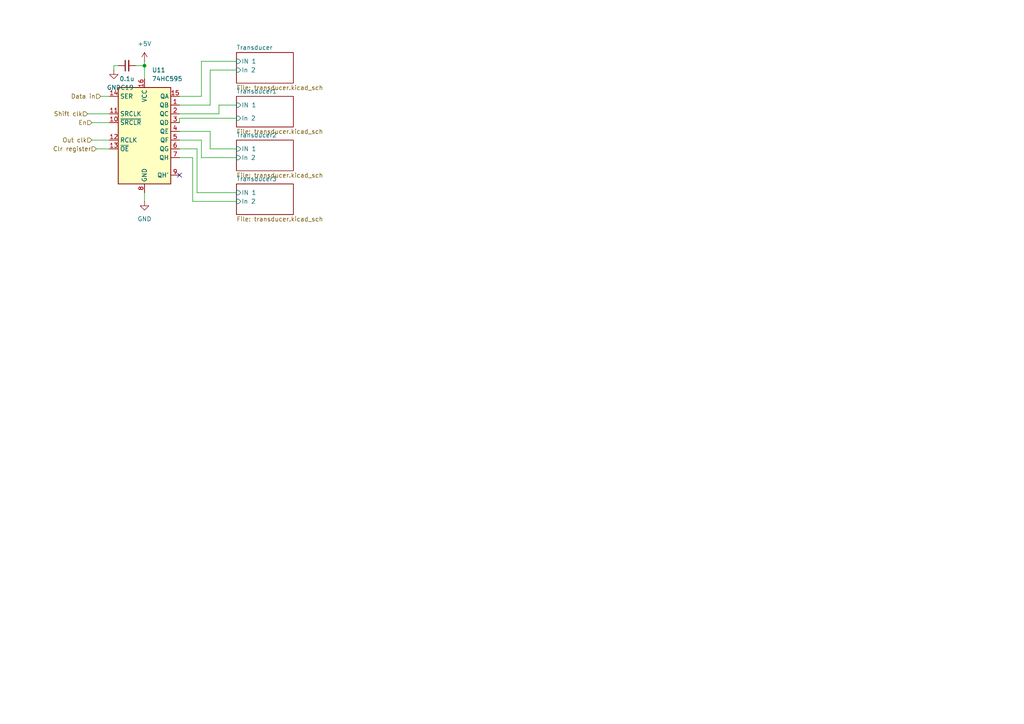
<source format=kicad_sch>
(kicad_sch (version 20250114) (generator "eeschema") (generator_version "9.0")
  (paper "A4")
  (lib_symbols
    (symbol "74xx:74HC595"
      (property "Reference" "U" (at -7.62 13.97 0))
      (property "Value" "74HC595" (at -7.62 -16.51 0))
      (symbol "74HC595_1_0"
        (pin input line (at -10.16 10.16 0) (length 2.54) (name "SER") (number "14"))
        (pin input line (at -10.16 5.08 0) (length 2.54) (name "SRCLK") (number "11"))
        (pin input line (at -10.16 2.54 0) (length 2.54) (name "~{SRCLR}") (number "10"))
        (pin input line (at -10.16 -2.54 0) (length 2.54) (name "RCLK") (number "12"))
        (pin input line (at -10.16 -5.08 0) (length 2.54) (name "~{OE}") (number "13"))
        (pin power_in line (at 0 15.24 270) (length 2.54) (name "VCC") (number "16"))
        (pin power_in line (at 0 -17.78 90) (length 2.54) (name "GND") (number "8"))
        (pin tri_state line (at 10.16 10.16 180) (length 2.54) (name "QA") (number "15"))
        (pin tri_state line (at 10.16 7.62 180) (length 2.54) (name "QB") (number "1"))
        (pin tri_state line (at 10.16 5.08 180) (length 2.54) (name "QC") (number "2"))
        (pin tri_state line (at 10.16 2.54 180) (length 2.54) (name "QD") (number "3"))
        (pin tri_state line (at 10.16 0 180) (length 2.54) (name "QE") (number "4"))
        (pin tri_state line (at 10.16 -2.54 180) (length 2.54) (name "QF") (number "5"))
        (pin tri_state line (at 10.16 -5.08 180) (length 2.54) (name "QG") (number "6"))
        (pin tri_state line (at 10.16 -7.62 180) (length 2.54) (name "QH") (number "7"))
        (pin output line (at 10.16 -12.7 180) (length 2.54) (name "QH'") (number "9"))
      )
      (symbol "74HC595_1_1"
        (rectangle (start -7.62 12.7) (end 7.62 -15.24) (stroke (width 0.254)) (fill (type background)))
      )
    )
    (symbol "Device:C_Small" (pin_numbers (hide yes)) (pin_names (offset 0.254) (hide yes))
      (property "Reference" "C" (at 0.254 1.778 0))
      (property "Value" "C_Small" (at 0.254 -2.032 0))
      (symbol "C_Small_0_1"
        (polyline (pts (xy -1.524 0.508) (xy 1.524 0.508)) (stroke (width 0.3048)))
        (polyline (pts (xy -1.524 -0.508) (xy 1.524 -0.508)) (stroke (width 0.3302)))
      )
      (symbol "C_Small_1_1"
        (pin passive line (at 0 2.54 270) (length 2.032) (name "~") (number "1"))
        (pin passive line (at 0 -2.54 90) (length 2.032) (name "~") (number "2"))
      )
    )
    (symbol "power:+5V" (power) (pin_numbers (hide yes)) (pin_names (offset 0) (hide yes))
      (property "Value" "+5V" (at 0 3.556 0))
      (symbol "+5V_0_1"
        (polyline (pts (xy -0.762 1.27) (xy 0 2.54)))
        (polyline (pts (xy 0 2.54) (xy 0.762 1.27)))
        (polyline (pts (xy 0 0) (xy 0 2.54)))
      )
      (symbol "+5V_1_1"
        (pin power_in line (at 0 0 90) (length 0) (name "~") (number "1"))
      )
    )
    (symbol "power:GND" (power) (pin_numbers (hide yes)) (pin_names (offset 0) (hide yes))
      (property "Value" "GND" (at 0 -3.81 0))
      (symbol "GND_0_1"
        (polyline (pts (xy 0 0) (xy 0 -1.27) (xy 1.27 -1.27) (xy 0 -2.54) (xy -1.27 -1.27) (xy 0 -1.27)))
      )
      (symbol "GND_1_1"
        (pin power_in line (at 0 0 270) (length 0) (name "~") (number "1"))
      )
    )
  )
  (junction (at 41.91 19.05))
  (no_connect (at 52.07 50.8))
  (wire (pts (xy 26.67 35.56) (xy 31.75 35.56)))
  (wire (pts (xy 33.02 19.05) (xy 34.29 19.05)))
  (wire (pts (xy 60.96 30.48) (xy 52.07 30.48)))
  (wire (pts (xy 39.37 19.05) (xy 41.91 19.05)))
  (wire (pts (xy 60.96 38.1) (xy 52.07 38.1)))
  (wire (pts (xy 25.4 33.02) (xy 31.75 33.02)))
  (wire (pts (xy 68.58 58.42) (xy 55.88 58.42)))
  (wire (pts (xy 57.15 55.88) (xy 68.58 55.88)))
  (wire (pts (xy 27.94 43.18) (xy 31.75 43.18)))
  (wire (pts (xy 63.5 30.48) (xy 63.5 33.02)))
  (wire (pts (xy 41.91 17.78) (xy 41.91 19.05)))
  (wire (pts (xy 52.07 34.29) (xy 52.07 35.56)))
  (wire (pts (xy 41.91 55.88) (xy 41.91 58.42)))
  (wire (pts (xy 33.02 19.05) (xy 33.02 20.32)))
  (wire (pts (xy 58.42 17.78) (xy 68.58 17.78)))
  (wire (pts (xy 58.42 45.72) (xy 58.42 40.64)))
  (wire (pts (xy 52.07 43.18) (xy 57.15 43.18)))
  (wire (pts (xy 68.58 30.48) (xy 63.5 30.48)))
  (wire (pts (xy 68.58 34.29) (xy 52.07 34.29)))
  (wire (pts (xy 58.42 40.64) (xy 52.07 40.64)))
  (wire (pts (xy 68.58 45.72) (xy 58.42 45.72)))
  (wire (pts (xy 29.21 27.94) (xy 31.75 27.94)))
  (wire (pts (xy 63.5 33.02) (xy 52.07 33.02)))
  (wire (pts (xy 55.88 45.72) (xy 52.07 45.72)))
  (wire (pts (xy 68.58 20.32) (xy 60.96 20.32)))
  (wire (pts (xy 52.07 27.94) (xy 58.42 27.94)))
  (wire (pts (xy 41.91 19.05) (xy 41.91 22.86)))
  (wire (pts (xy 58.42 27.94) (xy 58.42 17.78)))
  (wire (pts (xy 60.96 43.18) (xy 60.96 38.1)))
  (wire (pts (xy 26.67 40.64) (xy 31.75 40.64)))
  (wire (pts (xy 55.88 58.42) (xy 55.88 45.72)))
  (wire (pts (xy 60.96 20.32) (xy 60.96 30.48)))
  (wire (pts (xy 68.58 43.18) (xy 60.96 43.18)))
  (wire (pts (xy 57.15 43.18) (xy 57.15 55.88)))
  (hierarchical_label "Shift clk" (shape input) (at 25.4 33.02 180))
  (hierarchical_label "Data in" (shape input) (at 29.21 27.94 180))
  (hierarchical_label "Clr register" (shape input) (at 27.94 43.18 180))
  (hierarchical_label "En" (shape input) (at 26.67 35.56 180))
  (hierarchical_label "Out clk" (shape input) (at 26.67 40.64 180))
  (symbol (lib_id "power:+5V") (at 41.91 17.78 0) (unit 1)
    (property "Reference" "#PWR010" (effects (hide yes)))
    (property "Value" "+5V" (at 41.91 12.7 0))
    (property "Description" "Power symbol creates a global label with name \"+5V\"" (effects (hide yes)))
    (instances (project "" (path "" (reference "#PWR051") (unit 1)) (path "" (reference "#PWR0166") (unit 1)) (path "" (reference "#PWR074") (unit 1)) (path "" (reference "#PWR028") (unit 1)) (path "" (reference "#PWR0120") (unit 1)) (path "" (reference "#PWR010") (unit 1)) (path "" (reference "#PWR097") (unit 1)) (path "" (reference "#PWR0143") (unit 1))))
  )
  (symbol (lib_id "power:GND") (at 41.91 58.42 0) (unit 1)
    (property "Reference" "#PWR012" (effects (hide yes)))
    (property "Value" "GND" (at 41.91 63.5 0))
    (property "Description" "Power symbol creates a global label with name \"GND\" , ground" (effects (hide yes)))
    (instances (project "pcb" (path "" (reference "#PWR053") (unit 1)) (path "" (reference "#PWR0168") (unit 1)) (path "" (reference "#PWR076") (unit 1)) (path "" (reference "#PWR030") (unit 1)) (path "" (reference "#PWR0122") (unit 1)) (path "" (reference "#PWR012") (unit 1)) (path "" (reference "#PWR099") (unit 1)) (path "" (reference "#PWR0145") (unit 1))))
  )
  (symbol (lib_id "74xx:74HC595") (at 41.91 38.1 0) (unit 1)
    (property "Reference" "U2" (at 44.0533 20.32 0) (effects (justify left)))
    (property "Value" "74HC595" (at 44.0533 22.86 0) (effects (justify left)))
    (property "Footprint" "Package_SO:SOIC-16_3.9x9.9mm_P1.27mm" (effects (hide yes)))
    (property "Datasheet" "http://www.ti.com/lit/ds/symlink/sn74hc595.pdf" (effects (hide yes)))
    (property "Description" "8-bit serial in/out Shift Register 3-State Outputs" (effects (hide yes)))
    (property "JLCPCB" "C5947" (effects (hide yes)))
    (instances (project "pcb" (path "" (reference "U11") (unit 1)) (path "" (reference "U36") (unit 1)) (path "" (reference "U16") (unit 1)) (path "" (reference "U6") (unit 1)) (path "" (reference "U26") (unit 1)) (path "" (reference "U2") (unit 1)) (path "" (reference "U21") (unit 1)) (path "" (reference "U31") (unit 1))))
  )
  (symbol (lib_id "power:GND") (at 33.02 20.32 0) (unit 1)
    (property "Reference" "#PWR011" (effects (hide yes)))
    (property "Value" "GND" (at 33.02 25.4 0))
    (property "Description" "Power symbol creates a global label with name \"GND\" , ground" (effects (hide yes)))
    (instances (project "pcb" (path "" (reference "#PWR052") (unit 1)) (path "" (reference "#PWR0167") (unit 1)) (path "" (reference "#PWR075") (unit 1)) (path "" (reference "#PWR029") (unit 1)) (path "" (reference "#PWR0121") (unit 1)) (path "" (reference "#PWR011") (unit 1)) (path "" (reference "#PWR098") (unit 1)) (path "" (reference "#PWR0144") (unit 1))))
  )
  (symbol (lib_id "Device:C_Small") (at 36.83 19.05 90) (mirror x) (unit 1)
    (property "Reference" "C3" (at 36.8363 25.4 90))
    (property "Value" "0.1u" (at 36.8363 22.86 90))
    (property "Footprint" "Capacitor_SMD:C_0201_0603Metric" (effects (hide yes)))
    (property "Description" "Unpolarized capacitor, small symbol" (effects (hide yes)))
    (property "JLCPCB" "C386070" (effects (hide yes)))
    (instances (project "pcb" (path "" (reference "C19") (unit 1)) (path "" (reference "C64") (unit 1)) (path "" (reference "C28") (unit 1)) (path "" (reference "C10") (unit 1)) (path "" (reference "C46") (unit 1)) (path "" (reference "C3") (unit 1)) (path "" (reference "C37") (unit 1)) (path "" (reference "C55") (unit 1))))
  )
  (sheet (at 68.58 27.94) (size 16.51 8.89) (stroke (width 0.1524))
    (property "Sheetname" "Transducer1" (at 68.58 27.2284 0) (effects (justify left bottom)))
    (property "Sheetfile" "transducer.kicad_sch" (at 68.58 37.4146 0) (effects (justify left top)))
    (pin "IN 1" input (at 68.58 30.48 180))
    (pin "In 2" input (at 68.58 34.29 180))
  )
  (sheet (at 68.58 53.34) (size 16.51 8.89) (stroke (width 0.1524))
    (property "Sheetname" "Transducer3" (at 68.58 52.6284 0) (effects (justify left bottom)))
    (property "Sheetfile" "transducer.kicad_sch" (at 68.58 62.8146 0) (effects (justify left top)))
    (pin "IN 1" input (at 68.58 55.88 180))
    (pin "In 2" input (at 68.58 58.42 180))
  )
  (sheet (at 68.58 40.64) (size 16.51 8.89) (stroke (width 0.1524))
    (property "Sheetname" "Transducer2" (at 68.58 39.9284 0) (effects (justify left bottom)))
    (property "Sheetfile" "transducer.kicad_sch" (at 68.58 50.1146 0) (effects (justify left top)))
    (pin "IN 1" input (at 68.58 43.18 180))
    (pin "In 2" input (at 68.58 45.72 180))
  )
  (sheet (at 68.58 15.24) (size 16.51 8.89) (stroke (width 0.1524))
    (property "Sheetname" "Transducer" (at 68.58 14.5284 0) (effects (justify left bottom)))
    (property "Sheetfile" "transducer.kicad_sch" (at 68.58 24.7146 0) (effects (justify left top)))
    (pin "IN 1" input (at 68.58 17.78 180))
    (pin "In 2" input (at 68.58 20.32 180))
  )
)
</source>
